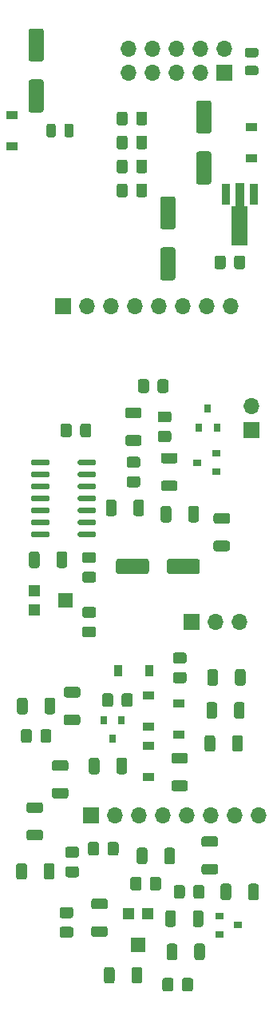
<source format=gbr>
%TF.GenerationSoftware,KiCad,Pcbnew,(5.1.9-0-10_14)*%
%TF.CreationDate,2021-04-20T22:51:25+02:00*%
%TF.ProjectId,tribus,74726962-7573-42e6-9b69-6361645f7063,rev?*%
%TF.SameCoordinates,Original*%
%TF.FileFunction,Soldermask,Bot*%
%TF.FilePolarity,Negative*%
%FSLAX46Y46*%
G04 Gerber Fmt 4.6, Leading zero omitted, Abs format (unit mm)*
G04 Created by KiCad (PCBNEW (5.1.9-0-10_14)) date 2021-04-20 22:51:25*
%MOMM*%
%LPD*%
G01*
G04 APERTURE LIST*
%ADD10O,1.700000X1.700000*%
%ADD11R,1.700000X1.700000*%
%ADD12R,1.200000X0.900000*%
%ADD13R,0.900000X1.200000*%
%ADD14R,0.800000X0.900000*%
%ADD15R,0.900000X0.800000*%
%ADD16R,1.200000X1.200000*%
%ADD17R,1.500000X1.600000*%
%ADD18R,1.600000X1.500000*%
%ADD19R,0.900000X2.300000*%
%ADD20C,0.100000*%
G04 APERTURE END LIST*
D10*
%TO.C,J7*%
X28690000Y-84000000D03*
X26150000Y-84000000D03*
X23610000Y-84000000D03*
X21070000Y-84000000D03*
X18530000Y-84000000D03*
X15990000Y-84000000D03*
X13450000Y-84000000D03*
D11*
X10910000Y-84000000D03*
%TD*%
D10*
%TO.C,J4*%
X25690000Y-30000000D03*
X23150000Y-30000000D03*
X20610000Y-30000000D03*
X18070000Y-30000000D03*
X15530000Y-30000000D03*
X12990000Y-30000000D03*
X10450000Y-30000000D03*
D11*
X7910000Y-30000000D03*
%TD*%
%TO.C,L2*%
G36*
G01*
X8070000Y-11905000D02*
X8070000Y-10955000D01*
G75*
G02*
X8320000Y-10705000I250000J0D01*
G01*
X8820000Y-10705000D01*
G75*
G02*
X9070000Y-10955000I0J-250000D01*
G01*
X9070000Y-11905000D01*
G75*
G02*
X8820000Y-12155000I-250000J0D01*
G01*
X8320000Y-12155000D01*
G75*
G02*
X8070000Y-11905000I0J250000D01*
G01*
G37*
G36*
G01*
X6170000Y-11905000D02*
X6170000Y-10955000D01*
G75*
G02*
X6420000Y-10705000I250000J0D01*
G01*
X6920000Y-10705000D01*
G75*
G02*
X7170000Y-10955000I0J-250000D01*
G01*
X7170000Y-11905000D01*
G75*
G02*
X6920000Y-12155000I-250000J0D01*
G01*
X6420000Y-12155000D01*
G75*
G02*
X6170000Y-11905000I0J250000D01*
G01*
G37*
%TD*%
%TO.C,L1*%
G36*
G01*
X28415000Y-5580000D02*
X27465000Y-5580000D01*
G75*
G02*
X27215000Y-5330000I0J250000D01*
G01*
X27215000Y-4830000D01*
G75*
G02*
X27465000Y-4580000I250000J0D01*
G01*
X28415000Y-4580000D01*
G75*
G02*
X28665000Y-4830000I0J-250000D01*
G01*
X28665000Y-5330000D01*
G75*
G02*
X28415000Y-5580000I-250000J0D01*
G01*
G37*
G36*
G01*
X28415000Y-3680000D02*
X27465000Y-3680000D01*
G75*
G02*
X27215000Y-3430000I0J250000D01*
G01*
X27215000Y-2930000D01*
G75*
G02*
X27465000Y-2680000I250000J0D01*
G01*
X28415000Y-2680000D01*
G75*
G02*
X28665000Y-2930000I0J-250000D01*
G01*
X28665000Y-3430000D01*
G75*
G02*
X28415000Y-3680000I-250000J0D01*
G01*
G37*
%TD*%
%TO.C,C1*%
G36*
G01*
X25182500Y-24925000D02*
X25182500Y-25875000D01*
G75*
G02*
X24932500Y-26125000I-250000J0D01*
G01*
X24257500Y-26125000D01*
G75*
G02*
X24007500Y-25875000I0J250000D01*
G01*
X24007500Y-24925000D01*
G75*
G02*
X24257500Y-24675000I250000J0D01*
G01*
X24932500Y-24675000D01*
G75*
G02*
X25182500Y-24925000I0J-250000D01*
G01*
G37*
G36*
G01*
X27257500Y-24925000D02*
X27257500Y-25875000D01*
G75*
G02*
X27007500Y-26125000I-250000J0D01*
G01*
X26332500Y-26125000D01*
G75*
G02*
X26082500Y-25875000I0J250000D01*
G01*
X26082500Y-24925000D01*
G75*
G02*
X26332500Y-24675000I250000J0D01*
G01*
X27007500Y-24675000D01*
G75*
G02*
X27257500Y-24925000I0J-250000D01*
G01*
G37*
%TD*%
%TO.C,C5*%
G36*
G01*
X13615000Y-18255000D02*
X13615000Y-17305000D01*
G75*
G02*
X13865000Y-17055000I250000J0D01*
G01*
X14540000Y-17055000D01*
G75*
G02*
X14790000Y-17305000I0J-250000D01*
G01*
X14790000Y-18255000D01*
G75*
G02*
X14540000Y-18505000I-250000J0D01*
G01*
X13865000Y-18505000D01*
G75*
G02*
X13615000Y-18255000I0J250000D01*
G01*
G37*
G36*
G01*
X15690000Y-18255000D02*
X15690000Y-17305000D01*
G75*
G02*
X15940000Y-17055000I250000J0D01*
G01*
X16615000Y-17055000D01*
G75*
G02*
X16865000Y-17305000I0J-250000D01*
G01*
X16865000Y-18255000D01*
G75*
G02*
X16615000Y-18505000I-250000J0D01*
G01*
X15940000Y-18505000D01*
G75*
G02*
X15690000Y-18255000I0J250000D01*
G01*
G37*
%TD*%
%TO.C,C6*%
G36*
G01*
X14790000Y-12225000D02*
X14790000Y-13175000D01*
G75*
G02*
X14540000Y-13425000I-250000J0D01*
G01*
X13865000Y-13425000D01*
G75*
G02*
X13615000Y-13175000I0J250000D01*
G01*
X13615000Y-12225000D01*
G75*
G02*
X13865000Y-11975000I250000J0D01*
G01*
X14540000Y-11975000D01*
G75*
G02*
X14790000Y-12225000I0J-250000D01*
G01*
G37*
G36*
G01*
X16865000Y-12225000D02*
X16865000Y-13175000D01*
G75*
G02*
X16615000Y-13425000I-250000J0D01*
G01*
X15940000Y-13425000D01*
G75*
G02*
X15690000Y-13175000I0J250000D01*
G01*
X15690000Y-12225000D01*
G75*
G02*
X15940000Y-11975000I250000J0D01*
G01*
X16615000Y-11975000D01*
G75*
G02*
X16865000Y-12225000I0J-250000D01*
G01*
G37*
%TD*%
%TO.C,C7*%
G36*
G01*
X15690000Y-15715000D02*
X15690000Y-14765000D01*
G75*
G02*
X15940000Y-14515000I250000J0D01*
G01*
X16615000Y-14515000D01*
G75*
G02*
X16865000Y-14765000I0J-250000D01*
G01*
X16865000Y-15715000D01*
G75*
G02*
X16615000Y-15965000I-250000J0D01*
G01*
X15940000Y-15965000D01*
G75*
G02*
X15690000Y-15715000I0J250000D01*
G01*
G37*
G36*
G01*
X13615000Y-15715000D02*
X13615000Y-14765000D01*
G75*
G02*
X13865000Y-14515000I250000J0D01*
G01*
X14540000Y-14515000D01*
G75*
G02*
X14790000Y-14765000I0J-250000D01*
G01*
X14790000Y-15715000D01*
G75*
G02*
X14540000Y-15965000I-250000J0D01*
G01*
X13865000Y-15965000D01*
G75*
G02*
X13615000Y-15715000I0J250000D01*
G01*
G37*
%TD*%
%TO.C,C8*%
G36*
G01*
X14790000Y-9685000D02*
X14790000Y-10635000D01*
G75*
G02*
X14540000Y-10885000I-250000J0D01*
G01*
X13865000Y-10885000D01*
G75*
G02*
X13615000Y-10635000I0J250000D01*
G01*
X13615000Y-9685000D01*
G75*
G02*
X13865000Y-9435000I250000J0D01*
G01*
X14540000Y-9435000D01*
G75*
G02*
X14790000Y-9685000I0J-250000D01*
G01*
G37*
G36*
G01*
X16865000Y-9685000D02*
X16865000Y-10635000D01*
G75*
G02*
X16615000Y-10885000I-250000J0D01*
G01*
X15940000Y-10885000D01*
G75*
G02*
X15690000Y-10635000I0J250000D01*
G01*
X15690000Y-9685000D01*
G75*
G02*
X15940000Y-9435000I250000J0D01*
G01*
X16615000Y-9435000D01*
G75*
G02*
X16865000Y-9685000I0J-250000D01*
G01*
G37*
%TD*%
%TO.C,C10*%
G36*
G01*
X15875000Y-49225000D02*
X14925000Y-49225000D01*
G75*
G02*
X14675000Y-48975000I0J250000D01*
G01*
X14675000Y-48300000D01*
G75*
G02*
X14925000Y-48050000I250000J0D01*
G01*
X15875000Y-48050000D01*
G75*
G02*
X16125000Y-48300000I0J-250000D01*
G01*
X16125000Y-48975000D01*
G75*
G02*
X15875000Y-49225000I-250000J0D01*
G01*
G37*
G36*
G01*
X15875000Y-47150000D02*
X14925000Y-47150000D01*
G75*
G02*
X14675000Y-46900000I0J250000D01*
G01*
X14675000Y-46225000D01*
G75*
G02*
X14925000Y-45975000I250000J0D01*
G01*
X15875000Y-45975000D01*
G75*
G02*
X16125000Y-46225000I0J-250000D01*
G01*
X16125000Y-46900000D01*
G75*
G02*
X15875000Y-47150000I-250000J0D01*
G01*
G37*
%TD*%
%TO.C,C11*%
G36*
G01*
X11175000Y-57250000D02*
X10225000Y-57250000D01*
G75*
G02*
X9975000Y-57000000I0J250000D01*
G01*
X9975000Y-56325000D01*
G75*
G02*
X10225000Y-56075000I250000J0D01*
G01*
X11175000Y-56075000D01*
G75*
G02*
X11425000Y-56325000I0J-250000D01*
G01*
X11425000Y-57000000D01*
G75*
G02*
X11175000Y-57250000I-250000J0D01*
G01*
G37*
G36*
G01*
X11175000Y-59325000D02*
X10225000Y-59325000D01*
G75*
G02*
X9975000Y-59075000I0J250000D01*
G01*
X9975000Y-58400000D01*
G75*
G02*
X10225000Y-58150000I250000J0D01*
G01*
X11175000Y-58150000D01*
G75*
G02*
X11425000Y-58400000I0J-250000D01*
G01*
X11425000Y-59075000D01*
G75*
G02*
X11175000Y-59325000I-250000J0D01*
G01*
G37*
%TD*%
%TO.C,C12*%
G36*
G01*
X11175000Y-65125000D02*
X10225000Y-65125000D01*
G75*
G02*
X9975000Y-64875000I0J250000D01*
G01*
X9975000Y-64200000D01*
G75*
G02*
X10225000Y-63950000I250000J0D01*
G01*
X11175000Y-63950000D01*
G75*
G02*
X11425000Y-64200000I0J-250000D01*
G01*
X11425000Y-64875000D01*
G75*
G02*
X11175000Y-65125000I-250000J0D01*
G01*
G37*
G36*
G01*
X11175000Y-63050000D02*
X10225000Y-63050000D01*
G75*
G02*
X9975000Y-62800000I0J250000D01*
G01*
X9975000Y-62125000D01*
G75*
G02*
X10225000Y-61875000I250000J0D01*
G01*
X11175000Y-61875000D01*
G75*
G02*
X11425000Y-62125000I0J-250000D01*
G01*
X11425000Y-62800000D01*
G75*
G02*
X11175000Y-63050000I-250000J0D01*
G01*
G37*
%TD*%
%TO.C,C14*%
G36*
G01*
X18225000Y-43250000D02*
X19175000Y-43250000D01*
G75*
G02*
X19425000Y-43500000I0J-250000D01*
G01*
X19425000Y-44175000D01*
G75*
G02*
X19175000Y-44425000I-250000J0D01*
G01*
X18225000Y-44425000D01*
G75*
G02*
X17975000Y-44175000I0J250000D01*
G01*
X17975000Y-43500000D01*
G75*
G02*
X18225000Y-43250000I250000J0D01*
G01*
G37*
G36*
G01*
X18225000Y-41175000D02*
X19175000Y-41175000D01*
G75*
G02*
X19425000Y-41425000I0J-250000D01*
G01*
X19425000Y-42100000D01*
G75*
G02*
X19175000Y-42350000I-250000J0D01*
G01*
X18225000Y-42350000D01*
G75*
G02*
X17975000Y-42100000I0J250000D01*
G01*
X17975000Y-41425000D01*
G75*
G02*
X18225000Y-41175000I250000J0D01*
G01*
G37*
%TD*%
%TO.C,C15*%
G36*
G01*
X8850000Y-42725000D02*
X8850000Y-43675000D01*
G75*
G02*
X8600000Y-43925000I-250000J0D01*
G01*
X7925000Y-43925000D01*
G75*
G02*
X7675000Y-43675000I0J250000D01*
G01*
X7675000Y-42725000D01*
G75*
G02*
X7925000Y-42475000I250000J0D01*
G01*
X8600000Y-42475000D01*
G75*
G02*
X8850000Y-42725000I0J-250000D01*
G01*
G37*
G36*
G01*
X10925000Y-42725000D02*
X10925000Y-43675000D01*
G75*
G02*
X10675000Y-43925000I-250000J0D01*
G01*
X10000000Y-43925000D01*
G75*
G02*
X9750000Y-43675000I0J250000D01*
G01*
X9750000Y-42725000D01*
G75*
G02*
X10000000Y-42475000I250000J0D01*
G01*
X10675000Y-42475000D01*
G75*
G02*
X10925000Y-42725000I0J-250000D01*
G01*
G37*
%TD*%
%TO.C,C16*%
G36*
G01*
X15875000Y-38975000D02*
X15875000Y-38025000D01*
G75*
G02*
X16125000Y-37775000I250000J0D01*
G01*
X16800000Y-37775000D01*
G75*
G02*
X17050000Y-38025000I0J-250000D01*
G01*
X17050000Y-38975000D01*
G75*
G02*
X16800000Y-39225000I-250000J0D01*
G01*
X16125000Y-39225000D01*
G75*
G02*
X15875000Y-38975000I0J250000D01*
G01*
G37*
G36*
G01*
X17950000Y-38975000D02*
X17950000Y-38025000D01*
G75*
G02*
X18200000Y-37775000I250000J0D01*
G01*
X18875000Y-37775000D01*
G75*
G02*
X19125000Y-38025000I0J-250000D01*
G01*
X19125000Y-38975000D01*
G75*
G02*
X18875000Y-39225000I-250000J0D01*
G01*
X18200000Y-39225000D01*
G75*
G02*
X17950000Y-38975000I0J250000D01*
G01*
G37*
%TD*%
%TO.C,C24*%
G36*
G01*
X20795000Y-69972500D02*
X19845000Y-69972500D01*
G75*
G02*
X19595000Y-69722500I0J250000D01*
G01*
X19595000Y-69047500D01*
G75*
G02*
X19845000Y-68797500I250000J0D01*
G01*
X20795000Y-68797500D01*
G75*
G02*
X21045000Y-69047500I0J-250000D01*
G01*
X21045000Y-69722500D01*
G75*
G02*
X20795000Y-69972500I-250000J0D01*
G01*
G37*
G36*
G01*
X20795000Y-67897500D02*
X19845000Y-67897500D01*
G75*
G02*
X19595000Y-67647500I0J250000D01*
G01*
X19595000Y-66972500D01*
G75*
G02*
X19845000Y-66722500I250000J0D01*
G01*
X20795000Y-66722500D01*
G75*
G02*
X21045000Y-66972500I0J-250000D01*
G01*
X21045000Y-67647500D01*
G75*
G02*
X20795000Y-67897500I-250000J0D01*
G01*
G37*
%TD*%
%TO.C,C27*%
G36*
G01*
X15325000Y-71285000D02*
X15325000Y-72235000D01*
G75*
G02*
X15075000Y-72485000I-250000J0D01*
G01*
X14400000Y-72485000D01*
G75*
G02*
X14150000Y-72235000I0J250000D01*
G01*
X14150000Y-71285000D01*
G75*
G02*
X14400000Y-71035000I250000J0D01*
G01*
X15075000Y-71035000D01*
G75*
G02*
X15325000Y-71285000I0J-250000D01*
G01*
G37*
G36*
G01*
X13250000Y-71285000D02*
X13250000Y-72235000D01*
G75*
G02*
X13000000Y-72485000I-250000J0D01*
G01*
X12325000Y-72485000D01*
G75*
G02*
X12075000Y-72235000I0J250000D01*
G01*
X12075000Y-71285000D01*
G75*
G02*
X12325000Y-71035000I250000J0D01*
G01*
X13000000Y-71035000D01*
G75*
G02*
X13250000Y-71285000I0J-250000D01*
G01*
G37*
%TD*%
%TO.C,C29*%
G36*
G01*
X8775000Y-94860000D02*
X7825000Y-94860000D01*
G75*
G02*
X7575000Y-94610000I0J250000D01*
G01*
X7575000Y-93935000D01*
G75*
G02*
X7825000Y-93685000I250000J0D01*
G01*
X8775000Y-93685000D01*
G75*
G02*
X9025000Y-93935000I0J-250000D01*
G01*
X9025000Y-94610000D01*
G75*
G02*
X8775000Y-94860000I-250000J0D01*
G01*
G37*
G36*
G01*
X8775000Y-96935000D02*
X7825000Y-96935000D01*
G75*
G02*
X7575000Y-96685000I0J250000D01*
G01*
X7575000Y-96010000D01*
G75*
G02*
X7825000Y-95760000I250000J0D01*
G01*
X8775000Y-95760000D01*
G75*
G02*
X9025000Y-96010000I0J-250000D01*
G01*
X9025000Y-96685000D01*
G75*
G02*
X8775000Y-96935000I-250000J0D01*
G01*
G37*
%TD*%
%TO.C,C30*%
G36*
G01*
X16250000Y-90735000D02*
X16250000Y-91685000D01*
G75*
G02*
X16000000Y-91935000I-250000J0D01*
G01*
X15325000Y-91935000D01*
G75*
G02*
X15075000Y-91685000I0J250000D01*
G01*
X15075000Y-90735000D01*
G75*
G02*
X15325000Y-90485000I250000J0D01*
G01*
X16000000Y-90485000D01*
G75*
G02*
X16250000Y-90735000I0J-250000D01*
G01*
G37*
G36*
G01*
X18325000Y-90735000D02*
X18325000Y-91685000D01*
G75*
G02*
X18075000Y-91935000I-250000J0D01*
G01*
X17400000Y-91935000D01*
G75*
G02*
X17150000Y-91685000I0J250000D01*
G01*
X17150000Y-90735000D01*
G75*
G02*
X17400000Y-90485000I250000J0D01*
G01*
X18075000Y-90485000D01*
G75*
G02*
X18325000Y-90735000I0J-250000D01*
G01*
G37*
%TD*%
%TO.C,C31*%
G36*
G01*
X4630000Y-75090000D02*
X4630000Y-76040000D01*
G75*
G02*
X4380000Y-76290000I-250000J0D01*
G01*
X3705000Y-76290000D01*
G75*
G02*
X3455000Y-76040000I0J250000D01*
G01*
X3455000Y-75090000D01*
G75*
G02*
X3705000Y-74840000I250000J0D01*
G01*
X4380000Y-74840000D01*
G75*
G02*
X4630000Y-75090000I0J-250000D01*
G01*
G37*
G36*
G01*
X6705000Y-75090000D02*
X6705000Y-76040000D01*
G75*
G02*
X6455000Y-76290000I-250000J0D01*
G01*
X5780000Y-76290000D01*
G75*
G02*
X5530000Y-76040000I0J250000D01*
G01*
X5530000Y-75090000D01*
G75*
G02*
X5780000Y-74840000I250000J0D01*
G01*
X6455000Y-74840000D01*
G75*
G02*
X6705000Y-75090000I0J-250000D01*
G01*
G37*
%TD*%
%TO.C,C32*%
G36*
G01*
X22925000Y-91600000D02*
X22925000Y-92550000D01*
G75*
G02*
X22675000Y-92800000I-250000J0D01*
G01*
X22000000Y-92800000D01*
G75*
G02*
X21750000Y-92550000I0J250000D01*
G01*
X21750000Y-91600000D01*
G75*
G02*
X22000000Y-91350000I250000J0D01*
G01*
X22675000Y-91350000D01*
G75*
G02*
X22925000Y-91600000I0J-250000D01*
G01*
G37*
G36*
G01*
X20850000Y-91600000D02*
X20850000Y-92550000D01*
G75*
G02*
X20600000Y-92800000I-250000J0D01*
G01*
X19925000Y-92800000D01*
G75*
G02*
X19675000Y-92550000I0J250000D01*
G01*
X19675000Y-91600000D01*
G75*
G02*
X19925000Y-91350000I250000J0D01*
G01*
X20600000Y-91350000D01*
G75*
G02*
X20850000Y-91600000I0J-250000D01*
G01*
G37*
%TD*%
%TO.C,C34*%
G36*
G01*
X10575000Y-87985000D02*
X10575000Y-87035000D01*
G75*
G02*
X10825000Y-86785000I250000J0D01*
G01*
X11500000Y-86785000D01*
G75*
G02*
X11750000Y-87035000I0J-250000D01*
G01*
X11750000Y-87985000D01*
G75*
G02*
X11500000Y-88235000I-250000J0D01*
G01*
X10825000Y-88235000D01*
G75*
G02*
X10575000Y-87985000I0J250000D01*
G01*
G37*
G36*
G01*
X12650000Y-87985000D02*
X12650000Y-87035000D01*
G75*
G02*
X12900000Y-86785000I250000J0D01*
G01*
X13575000Y-86785000D01*
G75*
G02*
X13825000Y-87035000I0J-250000D01*
G01*
X13825000Y-87985000D01*
G75*
G02*
X13575000Y-88235000I-250000J0D01*
G01*
X12900000Y-88235000D01*
G75*
G02*
X12650000Y-87985000I0J250000D01*
G01*
G37*
%TD*%
%TO.C,C35*%
G36*
G01*
X18475000Y-102385000D02*
X18475000Y-101435000D01*
G75*
G02*
X18725000Y-101185000I250000J0D01*
G01*
X19400000Y-101185000D01*
G75*
G02*
X19650000Y-101435000I0J-250000D01*
G01*
X19650000Y-102385000D01*
G75*
G02*
X19400000Y-102635000I-250000J0D01*
G01*
X18725000Y-102635000D01*
G75*
G02*
X18475000Y-102385000I0J250000D01*
G01*
G37*
G36*
G01*
X20550000Y-102385000D02*
X20550000Y-101435000D01*
G75*
G02*
X20800000Y-101185000I250000J0D01*
G01*
X21475000Y-101185000D01*
G75*
G02*
X21725000Y-101435000I0J-250000D01*
G01*
X21725000Y-102385000D01*
G75*
G02*
X21475000Y-102635000I-250000J0D01*
G01*
X20800000Y-102635000D01*
G75*
G02*
X20550000Y-102385000I0J250000D01*
G01*
G37*
%TD*%
%TO.C,C36*%
G36*
G01*
X9375000Y-90535000D02*
X8425000Y-90535000D01*
G75*
G02*
X8175000Y-90285000I0J250000D01*
G01*
X8175000Y-89610000D01*
G75*
G02*
X8425000Y-89360000I250000J0D01*
G01*
X9375000Y-89360000D01*
G75*
G02*
X9625000Y-89610000I0J-250000D01*
G01*
X9625000Y-90285000D01*
G75*
G02*
X9375000Y-90535000I-250000J0D01*
G01*
G37*
G36*
G01*
X9375000Y-88460000D02*
X8425000Y-88460000D01*
G75*
G02*
X8175000Y-88210000I0J250000D01*
G01*
X8175000Y-87535000D01*
G75*
G02*
X8425000Y-87285000I250000J0D01*
G01*
X9375000Y-87285000D01*
G75*
G02*
X9625000Y-87535000I0J-250000D01*
G01*
X9625000Y-88210000D01*
G75*
G02*
X9375000Y-88460000I-250000J0D01*
G01*
G37*
%TD*%
D12*
%TO.C,D10*%
X17000000Y-74610000D03*
X17000000Y-71310000D03*
%TD*%
%TO.C,D11*%
X17000000Y-76610000D03*
X17000000Y-79910000D03*
%TD*%
%TO.C,D12*%
X20200000Y-72140000D03*
X20200000Y-75440000D03*
%TD*%
D13*
%TO.C,D13*%
X13750000Y-68660000D03*
X17050000Y-68660000D03*
%TD*%
D11*
%TO.C,J1*%
X25000000Y-5280000D03*
D10*
X25000000Y-2740000D03*
X22460000Y-5280000D03*
X22460000Y-2740000D03*
X19920000Y-5280000D03*
X19920000Y-2740000D03*
X17380000Y-5280000D03*
X17380000Y-2740000D03*
X14840000Y-5280000D03*
X14840000Y-2740000D03*
%TD*%
D11*
%TO.C,FILTER_Q*%
X27940000Y-43180000D03*
D10*
X27940000Y-40640000D03*
%TD*%
D11*
%TO.C,NOISE_TYPE*%
X21590000Y-63500000D03*
D10*
X24130000Y-63500000D03*
X26670000Y-63500000D03*
%TD*%
D14*
%TO.C,Q1*%
X24250000Y-42910000D03*
X22350000Y-42910000D03*
X23300000Y-40910000D03*
%TD*%
D15*
%TO.C,Q2*%
X22200000Y-46600000D03*
X24200000Y-47550000D03*
X24200000Y-45650000D03*
%TD*%
D14*
%TO.C,Q5*%
X12250000Y-73860000D03*
X14150000Y-73860000D03*
X13200000Y-75860000D03*
%TD*%
D15*
%TO.C,Q6*%
X26500000Y-95610000D03*
X24500000Y-94660000D03*
X24500000Y-96560000D03*
%TD*%
D16*
%TO.C,RV1*%
X4900000Y-62200000D03*
X4900000Y-60200000D03*
D17*
X8150000Y-61200000D03*
%TD*%
D18*
%TO.C,RV4*%
X15875000Y-97660000D03*
D16*
X16875000Y-94410000D03*
X14875000Y-94410000D03*
%TD*%
D19*
%TO.C,U1*%
X25170000Y-18170000D03*
X28170000Y-18170000D03*
D20*
G36*
X25803500Y-23620000D02*
G01*
X25803500Y-19495000D01*
X26220000Y-19495000D01*
X26220000Y-17020000D01*
X27120000Y-17020000D01*
X27120000Y-19495000D01*
X27536500Y-19495000D01*
X27536500Y-23620000D01*
X25803500Y-23620000D01*
G37*
%TD*%
%TO.C,U2*%
G36*
G01*
X9500000Y-54360000D02*
X9500000Y-54060000D01*
G75*
G02*
X9650000Y-53910000I150000J0D01*
G01*
X11300000Y-53910000D01*
G75*
G02*
X11450000Y-54060000I0J-150000D01*
G01*
X11450000Y-54360000D01*
G75*
G02*
X11300000Y-54510000I-150000J0D01*
G01*
X9650000Y-54510000D01*
G75*
G02*
X9500000Y-54360000I0J150000D01*
G01*
G37*
G36*
G01*
X9500000Y-53090000D02*
X9500000Y-52790000D01*
G75*
G02*
X9650000Y-52640000I150000J0D01*
G01*
X11300000Y-52640000D01*
G75*
G02*
X11450000Y-52790000I0J-150000D01*
G01*
X11450000Y-53090000D01*
G75*
G02*
X11300000Y-53240000I-150000J0D01*
G01*
X9650000Y-53240000D01*
G75*
G02*
X9500000Y-53090000I0J150000D01*
G01*
G37*
G36*
G01*
X9500000Y-51820000D02*
X9500000Y-51520000D01*
G75*
G02*
X9650000Y-51370000I150000J0D01*
G01*
X11300000Y-51370000D01*
G75*
G02*
X11450000Y-51520000I0J-150000D01*
G01*
X11450000Y-51820000D01*
G75*
G02*
X11300000Y-51970000I-150000J0D01*
G01*
X9650000Y-51970000D01*
G75*
G02*
X9500000Y-51820000I0J150000D01*
G01*
G37*
G36*
G01*
X9500000Y-50550000D02*
X9500000Y-50250000D01*
G75*
G02*
X9650000Y-50100000I150000J0D01*
G01*
X11300000Y-50100000D01*
G75*
G02*
X11450000Y-50250000I0J-150000D01*
G01*
X11450000Y-50550000D01*
G75*
G02*
X11300000Y-50700000I-150000J0D01*
G01*
X9650000Y-50700000D01*
G75*
G02*
X9500000Y-50550000I0J150000D01*
G01*
G37*
G36*
G01*
X9500000Y-49280000D02*
X9500000Y-48980000D01*
G75*
G02*
X9650000Y-48830000I150000J0D01*
G01*
X11300000Y-48830000D01*
G75*
G02*
X11450000Y-48980000I0J-150000D01*
G01*
X11450000Y-49280000D01*
G75*
G02*
X11300000Y-49430000I-150000J0D01*
G01*
X9650000Y-49430000D01*
G75*
G02*
X9500000Y-49280000I0J150000D01*
G01*
G37*
G36*
G01*
X9500000Y-48010000D02*
X9500000Y-47710000D01*
G75*
G02*
X9650000Y-47560000I150000J0D01*
G01*
X11300000Y-47560000D01*
G75*
G02*
X11450000Y-47710000I0J-150000D01*
G01*
X11450000Y-48010000D01*
G75*
G02*
X11300000Y-48160000I-150000J0D01*
G01*
X9650000Y-48160000D01*
G75*
G02*
X9500000Y-48010000I0J150000D01*
G01*
G37*
G36*
G01*
X9500000Y-46740000D02*
X9500000Y-46440000D01*
G75*
G02*
X9650000Y-46290000I150000J0D01*
G01*
X11300000Y-46290000D01*
G75*
G02*
X11450000Y-46440000I0J-150000D01*
G01*
X11450000Y-46740000D01*
G75*
G02*
X11300000Y-46890000I-150000J0D01*
G01*
X9650000Y-46890000D01*
G75*
G02*
X9500000Y-46740000I0J150000D01*
G01*
G37*
G36*
G01*
X4550000Y-46740000D02*
X4550000Y-46440000D01*
G75*
G02*
X4700000Y-46290000I150000J0D01*
G01*
X6350000Y-46290000D01*
G75*
G02*
X6500000Y-46440000I0J-150000D01*
G01*
X6500000Y-46740000D01*
G75*
G02*
X6350000Y-46890000I-150000J0D01*
G01*
X4700000Y-46890000D01*
G75*
G02*
X4550000Y-46740000I0J150000D01*
G01*
G37*
G36*
G01*
X4550000Y-48010000D02*
X4550000Y-47710000D01*
G75*
G02*
X4700000Y-47560000I150000J0D01*
G01*
X6350000Y-47560000D01*
G75*
G02*
X6500000Y-47710000I0J-150000D01*
G01*
X6500000Y-48010000D01*
G75*
G02*
X6350000Y-48160000I-150000J0D01*
G01*
X4700000Y-48160000D01*
G75*
G02*
X4550000Y-48010000I0J150000D01*
G01*
G37*
G36*
G01*
X4550000Y-49280000D02*
X4550000Y-48980000D01*
G75*
G02*
X4700000Y-48830000I150000J0D01*
G01*
X6350000Y-48830000D01*
G75*
G02*
X6500000Y-48980000I0J-150000D01*
G01*
X6500000Y-49280000D01*
G75*
G02*
X6350000Y-49430000I-150000J0D01*
G01*
X4700000Y-49430000D01*
G75*
G02*
X4550000Y-49280000I0J150000D01*
G01*
G37*
G36*
G01*
X4550000Y-50550000D02*
X4550000Y-50250000D01*
G75*
G02*
X4700000Y-50100000I150000J0D01*
G01*
X6350000Y-50100000D01*
G75*
G02*
X6500000Y-50250000I0J-150000D01*
G01*
X6500000Y-50550000D01*
G75*
G02*
X6350000Y-50700000I-150000J0D01*
G01*
X4700000Y-50700000D01*
G75*
G02*
X4550000Y-50550000I0J150000D01*
G01*
G37*
G36*
G01*
X4550000Y-51820000D02*
X4550000Y-51520000D01*
G75*
G02*
X4700000Y-51370000I150000J0D01*
G01*
X6350000Y-51370000D01*
G75*
G02*
X6500000Y-51520000I0J-150000D01*
G01*
X6500000Y-51820000D01*
G75*
G02*
X6350000Y-51970000I-150000J0D01*
G01*
X4700000Y-51970000D01*
G75*
G02*
X4550000Y-51820000I0J150000D01*
G01*
G37*
G36*
G01*
X4550000Y-53090000D02*
X4550000Y-52790000D01*
G75*
G02*
X4700000Y-52640000I150000J0D01*
G01*
X6350000Y-52640000D01*
G75*
G02*
X6500000Y-52790000I0J-150000D01*
G01*
X6500000Y-53090000D01*
G75*
G02*
X6350000Y-53240000I-150000J0D01*
G01*
X4700000Y-53240000D01*
G75*
G02*
X4550000Y-53090000I0J150000D01*
G01*
G37*
G36*
G01*
X4550000Y-54360000D02*
X4550000Y-54060000D01*
G75*
G02*
X4700000Y-53910000I150000J0D01*
G01*
X6350000Y-53910000D01*
G75*
G02*
X6500000Y-54060000I0J-150000D01*
G01*
X6500000Y-54360000D01*
G75*
G02*
X6350000Y-54510000I-150000J0D01*
G01*
X4700000Y-54510000D01*
G75*
G02*
X4550000Y-54360000I0J150000D01*
G01*
G37*
%TD*%
D12*
%TO.C,D1*%
X27940000Y-11050000D03*
X27940000Y-14350000D03*
%TD*%
%TO.C,D2*%
X2540000Y-13080000D03*
X2540000Y-9780000D03*
%TD*%
%TO.C,R1*%
G36*
G01*
X21220000Y-52695003D02*
X21220000Y-51444997D01*
G75*
G02*
X21469997Y-51195000I249997J0D01*
G01*
X22095003Y-51195000D01*
G75*
G02*
X22345000Y-51444997I0J-249997D01*
G01*
X22345000Y-52695003D01*
G75*
G02*
X22095003Y-52945000I-249997J0D01*
G01*
X21469997Y-52945000D01*
G75*
G02*
X21220000Y-52695003I0J249997D01*
G01*
G37*
G36*
G01*
X18295000Y-52695003D02*
X18295000Y-51444997D01*
G75*
G02*
X18544997Y-51195000I249997J0D01*
G01*
X19170003Y-51195000D01*
G75*
G02*
X19420000Y-51444997I0J-249997D01*
G01*
X19420000Y-52695003D01*
G75*
G02*
X19170003Y-52945000I-249997J0D01*
G01*
X18544997Y-52945000D01*
G75*
G02*
X18295000Y-52695003I0J249997D01*
G01*
G37*
%TD*%
%TO.C,R2*%
G36*
G01*
X19825003Y-49625000D02*
X18574997Y-49625000D01*
G75*
G02*
X18325000Y-49375003I0J249997D01*
G01*
X18325000Y-48749997D01*
G75*
G02*
X18574997Y-48500000I249997J0D01*
G01*
X19825003Y-48500000D01*
G75*
G02*
X20075000Y-48749997I0J-249997D01*
G01*
X20075000Y-49375003D01*
G75*
G02*
X19825003Y-49625000I-249997J0D01*
G01*
G37*
G36*
G01*
X19825003Y-46700000D02*
X18574997Y-46700000D01*
G75*
G02*
X18325000Y-46450003I0J249997D01*
G01*
X18325000Y-45824997D01*
G75*
G02*
X18574997Y-45575000I249997J0D01*
G01*
X19825003Y-45575000D01*
G75*
G02*
X20075000Y-45824997I0J-249997D01*
G01*
X20075000Y-46450003D01*
G75*
G02*
X19825003Y-46700000I-249997J0D01*
G01*
G37*
%TD*%
%TO.C,R3*%
G36*
G01*
X12475000Y-52025003D02*
X12475000Y-50774997D01*
G75*
G02*
X12724997Y-50525000I249997J0D01*
G01*
X13350003Y-50525000D01*
G75*
G02*
X13600000Y-50774997I0J-249997D01*
G01*
X13600000Y-52025003D01*
G75*
G02*
X13350003Y-52275000I-249997J0D01*
G01*
X12724997Y-52275000D01*
G75*
G02*
X12475000Y-52025003I0J249997D01*
G01*
G37*
G36*
G01*
X15400000Y-52025003D02*
X15400000Y-50774997D01*
G75*
G02*
X15649997Y-50525000I249997J0D01*
G01*
X16275003Y-50525000D01*
G75*
G02*
X16525000Y-50774997I0J-249997D01*
G01*
X16525000Y-52025003D01*
G75*
G02*
X16275003Y-52275000I-249997J0D01*
G01*
X15649997Y-52275000D01*
G75*
G02*
X15400000Y-52025003I0J249997D01*
G01*
G37*
%TD*%
%TO.C,R5*%
G36*
G01*
X8375000Y-56274997D02*
X8375000Y-57525003D01*
G75*
G02*
X8125003Y-57775000I-249997J0D01*
G01*
X7499997Y-57775000D01*
G75*
G02*
X7250000Y-57525003I0J249997D01*
G01*
X7250000Y-56274997D01*
G75*
G02*
X7499997Y-56025000I249997J0D01*
G01*
X8125003Y-56025000D01*
G75*
G02*
X8375000Y-56274997I0J-249997D01*
G01*
G37*
G36*
G01*
X5450000Y-56274997D02*
X5450000Y-57525003D01*
G75*
G02*
X5200003Y-57775000I-249997J0D01*
G01*
X4574997Y-57775000D01*
G75*
G02*
X4325000Y-57525003I0J249997D01*
G01*
X4325000Y-56274997D01*
G75*
G02*
X4574997Y-56025000I249997J0D01*
G01*
X5200003Y-56025000D01*
G75*
G02*
X5450000Y-56274997I0J-249997D01*
G01*
G37*
%TD*%
%TO.C,R9*%
G36*
G01*
X24139997Y-51950000D02*
X25390003Y-51950000D01*
G75*
G02*
X25640000Y-52199997I0J-249997D01*
G01*
X25640000Y-52825003D01*
G75*
G02*
X25390003Y-53075000I-249997J0D01*
G01*
X24139997Y-53075000D01*
G75*
G02*
X23890000Y-52825003I0J249997D01*
G01*
X23890000Y-52199997D01*
G75*
G02*
X24139997Y-51950000I249997J0D01*
G01*
G37*
G36*
G01*
X24139997Y-54875000D02*
X25390003Y-54875000D01*
G75*
G02*
X25640000Y-55124997I0J-249997D01*
G01*
X25640000Y-55750003D01*
G75*
G02*
X25390003Y-56000000I-249997J0D01*
G01*
X24139997Y-56000000D01*
G75*
G02*
X23890000Y-55750003I0J249997D01*
G01*
X23890000Y-55124997D01*
G75*
G02*
X24139997Y-54875000I249997J0D01*
G01*
G37*
%TD*%
%TO.C,R11*%
G36*
G01*
X14774997Y-40775000D02*
X16025003Y-40775000D01*
G75*
G02*
X16275000Y-41024997I0J-249997D01*
G01*
X16275000Y-41650003D01*
G75*
G02*
X16025003Y-41900000I-249997J0D01*
G01*
X14774997Y-41900000D01*
G75*
G02*
X14525000Y-41650003I0J249997D01*
G01*
X14525000Y-41024997D01*
G75*
G02*
X14774997Y-40775000I249997J0D01*
G01*
G37*
G36*
G01*
X14774997Y-43700000D02*
X16025003Y-43700000D01*
G75*
G02*
X16275000Y-43949997I0J-249997D01*
G01*
X16275000Y-44575003D01*
G75*
G02*
X16025003Y-44825000I-249997J0D01*
G01*
X14774997Y-44825000D01*
G75*
G02*
X14525000Y-44575003I0J249997D01*
G01*
X14525000Y-43949997D01*
G75*
G02*
X14774997Y-43700000I249997J0D01*
G01*
G37*
%TD*%
%TO.C,R27*%
G36*
G01*
X23145000Y-73485003D02*
X23145000Y-72234997D01*
G75*
G02*
X23394997Y-71985000I249997J0D01*
G01*
X24020003Y-71985000D01*
G75*
G02*
X24270000Y-72234997I0J-249997D01*
G01*
X24270000Y-73485003D01*
G75*
G02*
X24020003Y-73735000I-249997J0D01*
G01*
X23394997Y-73735000D01*
G75*
G02*
X23145000Y-73485003I0J249997D01*
G01*
G37*
G36*
G01*
X26070000Y-73485003D02*
X26070000Y-72234997D01*
G75*
G02*
X26319997Y-71985000I249997J0D01*
G01*
X26945003Y-71985000D01*
G75*
G02*
X27195000Y-72234997I0J-249997D01*
G01*
X27195000Y-73485003D01*
G75*
G02*
X26945003Y-73735000I-249997J0D01*
G01*
X26319997Y-73735000D01*
G75*
G02*
X26070000Y-73485003I0J249997D01*
G01*
G37*
%TD*%
%TO.C,R30*%
G36*
G01*
X27295000Y-68734997D02*
X27295000Y-69985003D01*
G75*
G02*
X27045003Y-70235000I-249997J0D01*
G01*
X26419997Y-70235000D01*
G75*
G02*
X26170000Y-69985003I0J249997D01*
G01*
X26170000Y-68734997D01*
G75*
G02*
X26419997Y-68485000I249997J0D01*
G01*
X27045003Y-68485000D01*
G75*
G02*
X27295000Y-68734997I0J-249997D01*
G01*
G37*
G36*
G01*
X24370000Y-68734997D02*
X24370000Y-69985003D01*
G75*
G02*
X24120003Y-70235000I-249997J0D01*
G01*
X23494997Y-70235000D01*
G75*
G02*
X23245000Y-69985003I0J249997D01*
G01*
X23245000Y-68734997D01*
G75*
G02*
X23494997Y-68485000I249997J0D01*
G01*
X24120003Y-68485000D01*
G75*
G02*
X24370000Y-68734997I0J-249997D01*
G01*
G37*
%TD*%
%TO.C,R32*%
G36*
G01*
X24070000Y-75734997D02*
X24070000Y-76985003D01*
G75*
G02*
X23820003Y-77235000I-249997J0D01*
G01*
X23194997Y-77235000D01*
G75*
G02*
X22945000Y-76985003I0J249997D01*
G01*
X22945000Y-75734997D01*
G75*
G02*
X23194997Y-75485000I249997J0D01*
G01*
X23820003Y-75485000D01*
G75*
G02*
X24070000Y-75734997I0J-249997D01*
G01*
G37*
G36*
G01*
X26995000Y-75734997D02*
X26995000Y-76985003D01*
G75*
G02*
X26745003Y-77235000I-249997J0D01*
G01*
X26119997Y-77235000D01*
G75*
G02*
X25870000Y-76985003I0J249997D01*
G01*
X25870000Y-75734997D01*
G75*
G02*
X26119997Y-75485000I249997J0D01*
G01*
X26745003Y-75485000D01*
G75*
G02*
X26995000Y-75734997I0J-249997D01*
G01*
G37*
%TD*%
%TO.C,R35*%
G36*
G01*
X20925003Y-81400000D02*
X19674997Y-81400000D01*
G75*
G02*
X19425000Y-81150003I0J249997D01*
G01*
X19425000Y-80524997D01*
G75*
G02*
X19674997Y-80275000I249997J0D01*
G01*
X20925003Y-80275000D01*
G75*
G02*
X21175000Y-80524997I0J-249997D01*
G01*
X21175000Y-81150003D01*
G75*
G02*
X20925003Y-81400000I-249997J0D01*
G01*
G37*
G36*
G01*
X20925003Y-78475000D02*
X19674997Y-78475000D01*
G75*
G02*
X19425000Y-78225003I0J249997D01*
G01*
X19425000Y-77599997D01*
G75*
G02*
X19674997Y-77350000I249997J0D01*
G01*
X20925003Y-77350000D01*
G75*
G02*
X21175000Y-77599997I0J-249997D01*
G01*
X21175000Y-78225003D01*
G75*
G02*
X20925003Y-78475000I-249997J0D01*
G01*
G37*
%TD*%
%TO.C,R37*%
G36*
G01*
X19805000Y-87639997D02*
X19805000Y-88890003D01*
G75*
G02*
X19555003Y-89140000I-249997J0D01*
G01*
X18929997Y-89140000D01*
G75*
G02*
X18680000Y-88890003I0J249997D01*
G01*
X18680000Y-87639997D01*
G75*
G02*
X18929997Y-87390000I249997J0D01*
G01*
X19555003Y-87390000D01*
G75*
G02*
X19805000Y-87639997I0J-249997D01*
G01*
G37*
G36*
G01*
X16880000Y-87639997D02*
X16880000Y-88890003D01*
G75*
G02*
X16630003Y-89140000I-249997J0D01*
G01*
X16004997Y-89140000D01*
G75*
G02*
X15755000Y-88890003I0J249997D01*
G01*
X15755000Y-87639997D01*
G75*
G02*
X16004997Y-87390000I249997J0D01*
G01*
X16630003Y-87390000D01*
G75*
G02*
X16880000Y-87639997I0J-249997D01*
G01*
G37*
%TD*%
%TO.C,R38*%
G36*
G01*
X5980000Y-73015003D02*
X5980000Y-71764997D01*
G75*
G02*
X6229997Y-71515000I249997J0D01*
G01*
X6855003Y-71515000D01*
G75*
G02*
X7105000Y-71764997I0J-249997D01*
G01*
X7105000Y-73015003D01*
G75*
G02*
X6855003Y-73265000I-249997J0D01*
G01*
X6229997Y-73265000D01*
G75*
G02*
X5980000Y-73015003I0J249997D01*
G01*
G37*
G36*
G01*
X3055000Y-73015003D02*
X3055000Y-71764997D01*
G75*
G02*
X3304997Y-71515000I249997J0D01*
G01*
X3930003Y-71515000D01*
G75*
G02*
X4180000Y-71764997I0J-249997D01*
G01*
X4180000Y-73015003D01*
G75*
G02*
X3930003Y-73265000I-249997J0D01*
G01*
X3304997Y-73265000D01*
G75*
G02*
X3055000Y-73015003I0J249997D01*
G01*
G37*
%TD*%
%TO.C,R39*%
G36*
G01*
X24125003Y-90235000D02*
X22874997Y-90235000D01*
G75*
G02*
X22625000Y-89985003I0J249997D01*
G01*
X22625000Y-89359997D01*
G75*
G02*
X22874997Y-89110000I249997J0D01*
G01*
X24125003Y-89110000D01*
G75*
G02*
X24375000Y-89359997I0J-249997D01*
G01*
X24375000Y-89985003D01*
G75*
G02*
X24125003Y-90235000I-249997J0D01*
G01*
G37*
G36*
G01*
X24125003Y-87310000D02*
X22874997Y-87310000D01*
G75*
G02*
X22625000Y-87060003I0J249997D01*
G01*
X22625000Y-86434997D01*
G75*
G02*
X22874997Y-86185000I249997J0D01*
G01*
X24125003Y-86185000D01*
G75*
G02*
X24375000Y-86434997I0J-249997D01*
G01*
X24375000Y-87060003D01*
G75*
G02*
X24125003Y-87310000I-249997J0D01*
G01*
G37*
%TD*%
%TO.C,R41*%
G36*
G01*
X9515003Y-71490000D02*
X8264997Y-71490000D01*
G75*
G02*
X8015000Y-71240003I0J249997D01*
G01*
X8015000Y-70614997D01*
G75*
G02*
X8264997Y-70365000I249997J0D01*
G01*
X9515003Y-70365000D01*
G75*
G02*
X9765000Y-70614997I0J-249997D01*
G01*
X9765000Y-71240003D01*
G75*
G02*
X9515003Y-71490000I-249997J0D01*
G01*
G37*
G36*
G01*
X9515003Y-74415000D02*
X8264997Y-74415000D01*
G75*
G02*
X8015000Y-74165003I0J249997D01*
G01*
X8015000Y-73539997D01*
G75*
G02*
X8264997Y-73290000I249997J0D01*
G01*
X9515003Y-73290000D01*
G75*
G02*
X9765000Y-73539997I0J-249997D01*
G01*
X9765000Y-74165003D01*
G75*
G02*
X9515003Y-74415000I-249997J0D01*
G01*
G37*
%TD*%
%TO.C,R42*%
G36*
G01*
X27570000Y-92700003D02*
X27570000Y-91449997D01*
G75*
G02*
X27819997Y-91200000I249997J0D01*
G01*
X28445003Y-91200000D01*
G75*
G02*
X28695000Y-91449997I0J-249997D01*
G01*
X28695000Y-92700003D01*
G75*
G02*
X28445003Y-92950000I-249997J0D01*
G01*
X27819997Y-92950000D01*
G75*
G02*
X27570000Y-92700003I0J249997D01*
G01*
G37*
G36*
G01*
X24645000Y-92700003D02*
X24645000Y-91449997D01*
G75*
G02*
X24894997Y-91200000I249997J0D01*
G01*
X25520003Y-91200000D01*
G75*
G02*
X25770000Y-91449997I0J-249997D01*
G01*
X25770000Y-92700003D01*
G75*
G02*
X25520003Y-92950000I-249997J0D01*
G01*
X24894997Y-92950000D01*
G75*
G02*
X24645000Y-92700003I0J249997D01*
G01*
G37*
%TD*%
%TO.C,R45*%
G36*
G01*
X14725000Y-78114997D02*
X14725000Y-79365003D01*
G75*
G02*
X14475003Y-79615000I-249997J0D01*
G01*
X13849997Y-79615000D01*
G75*
G02*
X13600000Y-79365003I0J249997D01*
G01*
X13600000Y-78114997D01*
G75*
G02*
X13849997Y-77865000I249997J0D01*
G01*
X14475003Y-77865000D01*
G75*
G02*
X14725000Y-78114997I0J-249997D01*
G01*
G37*
G36*
G01*
X11800000Y-78114997D02*
X11800000Y-79365003D01*
G75*
G02*
X11550003Y-79615000I-249997J0D01*
G01*
X10924997Y-79615000D01*
G75*
G02*
X10675000Y-79365003I0J249997D01*
G01*
X10675000Y-78114997D01*
G75*
G02*
X10924997Y-77865000I249997J0D01*
G01*
X11550003Y-77865000D01*
G75*
G02*
X11800000Y-78114997I0J-249997D01*
G01*
G37*
%TD*%
%TO.C,R46*%
G36*
G01*
X20055000Y-97799997D02*
X20055000Y-99050003D01*
G75*
G02*
X19805003Y-99300000I-249997J0D01*
G01*
X19179997Y-99300000D01*
G75*
G02*
X18930000Y-99050003I0J249997D01*
G01*
X18930000Y-97799997D01*
G75*
G02*
X19179997Y-97550000I249997J0D01*
G01*
X19805003Y-97550000D01*
G75*
G02*
X20055000Y-97799997I0J-249997D01*
G01*
G37*
G36*
G01*
X22980000Y-97799997D02*
X22980000Y-99050003D01*
G75*
G02*
X22730003Y-99300000I-249997J0D01*
G01*
X22104997Y-99300000D01*
G75*
G02*
X21855000Y-99050003I0J249997D01*
G01*
X21855000Y-97799997D01*
G75*
G02*
X22104997Y-97550000I249997J0D01*
G01*
X22730003Y-97550000D01*
G75*
G02*
X22980000Y-97799997I0J-249997D01*
G01*
G37*
%TD*%
%TO.C,R47*%
G36*
G01*
X21700000Y-95535003D02*
X21700000Y-94284997D01*
G75*
G02*
X21949997Y-94035000I249997J0D01*
G01*
X22575003Y-94035000D01*
G75*
G02*
X22825000Y-94284997I0J-249997D01*
G01*
X22825000Y-95535003D01*
G75*
G02*
X22575003Y-95785000I-249997J0D01*
G01*
X21949997Y-95785000D01*
G75*
G02*
X21700000Y-95535003I0J249997D01*
G01*
G37*
G36*
G01*
X18775000Y-95535003D02*
X18775000Y-94284997D01*
G75*
G02*
X19024997Y-94035000I249997J0D01*
G01*
X19650003Y-94035000D01*
G75*
G02*
X19900000Y-94284997I0J-249997D01*
G01*
X19900000Y-95535003D01*
G75*
G02*
X19650003Y-95785000I-249997J0D01*
G01*
X19024997Y-95785000D01*
G75*
G02*
X18775000Y-95535003I0J249997D01*
G01*
G37*
%TD*%
%TO.C,R49*%
G36*
G01*
X7004997Y-81065000D02*
X8255003Y-81065000D01*
G75*
G02*
X8505000Y-81314997I0J-249997D01*
G01*
X8505000Y-81940003D01*
G75*
G02*
X8255003Y-82190000I-249997J0D01*
G01*
X7004997Y-82190000D01*
G75*
G02*
X6755000Y-81940003I0J249997D01*
G01*
X6755000Y-81314997D01*
G75*
G02*
X7004997Y-81065000I249997J0D01*
G01*
G37*
G36*
G01*
X7004997Y-78140000D02*
X8255003Y-78140000D01*
G75*
G02*
X8505000Y-78389997I0J-249997D01*
G01*
X8505000Y-79015003D01*
G75*
G02*
X8255003Y-79265000I-249997J0D01*
G01*
X7004997Y-79265000D01*
G75*
G02*
X6755000Y-79015003I0J249997D01*
G01*
X6755000Y-78389997D01*
G75*
G02*
X7004997Y-78140000I249997J0D01*
G01*
G37*
%TD*%
%TO.C,R50*%
G36*
G01*
X11174997Y-95710000D02*
X12425003Y-95710000D01*
G75*
G02*
X12675000Y-95959997I0J-249997D01*
G01*
X12675000Y-96585003D01*
G75*
G02*
X12425003Y-96835000I-249997J0D01*
G01*
X11174997Y-96835000D01*
G75*
G02*
X10925000Y-96585003I0J249997D01*
G01*
X10925000Y-95959997D01*
G75*
G02*
X11174997Y-95710000I249997J0D01*
G01*
G37*
G36*
G01*
X11174997Y-92785000D02*
X12425003Y-92785000D01*
G75*
G02*
X12675000Y-93034997I0J-249997D01*
G01*
X12675000Y-93660003D01*
G75*
G02*
X12425003Y-93910000I-249997J0D01*
G01*
X11174997Y-93910000D01*
G75*
G02*
X10925000Y-93660003I0J249997D01*
G01*
X10925000Y-93034997D01*
G75*
G02*
X11174997Y-92785000I249997J0D01*
G01*
G37*
%TD*%
%TO.C,R52*%
G36*
G01*
X4304997Y-82580000D02*
X5555003Y-82580000D01*
G75*
G02*
X5805000Y-82829997I0J-249997D01*
G01*
X5805000Y-83455003D01*
G75*
G02*
X5555003Y-83705000I-249997J0D01*
G01*
X4304997Y-83705000D01*
G75*
G02*
X4055000Y-83455003I0J249997D01*
G01*
X4055000Y-82829997D01*
G75*
G02*
X4304997Y-82580000I249997J0D01*
G01*
G37*
G36*
G01*
X4304997Y-85505000D02*
X5555003Y-85505000D01*
G75*
G02*
X5805000Y-85754997I0J-249997D01*
G01*
X5805000Y-86380003D01*
G75*
G02*
X5555003Y-86630000I-249997J0D01*
G01*
X4304997Y-86630000D01*
G75*
G02*
X4055000Y-86380003I0J249997D01*
G01*
X4055000Y-85754997D01*
G75*
G02*
X4304997Y-85505000I249997J0D01*
G01*
G37*
%TD*%
%TO.C,R53*%
G36*
G01*
X16325000Y-100284997D02*
X16325000Y-101535003D01*
G75*
G02*
X16075003Y-101785000I-249997J0D01*
G01*
X15449997Y-101785000D01*
G75*
G02*
X15200000Y-101535003I0J249997D01*
G01*
X15200000Y-100284997D01*
G75*
G02*
X15449997Y-100035000I249997J0D01*
G01*
X16075003Y-100035000D01*
G75*
G02*
X16325000Y-100284997I0J-249997D01*
G01*
G37*
G36*
G01*
X13400000Y-100284997D02*
X13400000Y-101535003D01*
G75*
G02*
X13150003Y-101785000I-249997J0D01*
G01*
X12524997Y-101785000D01*
G75*
G02*
X12275000Y-101535003I0J249997D01*
G01*
X12275000Y-100284997D01*
G75*
G02*
X12524997Y-100035000I249997J0D01*
G01*
X13150003Y-100035000D01*
G75*
G02*
X13400000Y-100284997I0J-249997D01*
G01*
G37*
%TD*%
%TO.C,R54*%
G36*
G01*
X5900000Y-90535003D02*
X5900000Y-89284997D01*
G75*
G02*
X6149997Y-89035000I249997J0D01*
G01*
X6775003Y-89035000D01*
G75*
G02*
X7025000Y-89284997I0J-249997D01*
G01*
X7025000Y-90535003D01*
G75*
G02*
X6775003Y-90785000I-249997J0D01*
G01*
X6149997Y-90785000D01*
G75*
G02*
X5900000Y-90535003I0J249997D01*
G01*
G37*
G36*
G01*
X2975000Y-90535003D02*
X2975000Y-89284997D01*
G75*
G02*
X3224997Y-89035000I249997J0D01*
G01*
X3850003Y-89035000D01*
G75*
G02*
X4100000Y-89284997I0J-249997D01*
G01*
X4100000Y-90535003D01*
G75*
G02*
X3850003Y-90785000I-249997J0D01*
G01*
X3224997Y-90785000D01*
G75*
G02*
X2975000Y-90535003I0J249997D01*
G01*
G37*
%TD*%
%TO.C,C2*%
G36*
G01*
X17050000Y-57050000D02*
X17050000Y-58150000D01*
G75*
G02*
X16800000Y-58400000I-250000J0D01*
G01*
X13800000Y-58400000D01*
G75*
G02*
X13550000Y-58150000I0J250000D01*
G01*
X13550000Y-57050000D01*
G75*
G02*
X13800000Y-56800000I250000J0D01*
G01*
X16800000Y-56800000D01*
G75*
G02*
X17050000Y-57050000I0J-250000D01*
G01*
G37*
G36*
G01*
X22450000Y-57050000D02*
X22450000Y-58150000D01*
G75*
G02*
X22200000Y-58400000I-250000J0D01*
G01*
X19200000Y-58400000D01*
G75*
G02*
X18950000Y-58150000I0J250000D01*
G01*
X18950000Y-57050000D01*
G75*
G02*
X19200000Y-56800000I250000J0D01*
G01*
X22200000Y-56800000D01*
G75*
G02*
X22450000Y-57050000I0J-250000D01*
G01*
G37*
%TD*%
%TO.C,C3*%
G36*
G01*
X23410000Y-17150000D02*
X22310000Y-17150000D01*
G75*
G02*
X22060000Y-16900000I0J250000D01*
G01*
X22060000Y-13900000D01*
G75*
G02*
X22310000Y-13650000I250000J0D01*
G01*
X23410000Y-13650000D01*
G75*
G02*
X23660000Y-13900000I0J-250000D01*
G01*
X23660000Y-16900000D01*
G75*
G02*
X23410000Y-17150000I-250000J0D01*
G01*
G37*
G36*
G01*
X23410000Y-11750000D02*
X22310000Y-11750000D01*
G75*
G02*
X22060000Y-11500000I0J250000D01*
G01*
X22060000Y-8500000D01*
G75*
G02*
X22310000Y-8250000I250000J0D01*
G01*
X23410000Y-8250000D01*
G75*
G02*
X23660000Y-8500000I0J-250000D01*
G01*
X23660000Y-11500000D01*
G75*
G02*
X23410000Y-11750000I-250000J0D01*
G01*
G37*
%TD*%
%TO.C,C4*%
G36*
G01*
X4530000Y-6030000D02*
X5630000Y-6030000D01*
G75*
G02*
X5880000Y-6280000I0J-250000D01*
G01*
X5880000Y-9280000D01*
G75*
G02*
X5630000Y-9530000I-250000J0D01*
G01*
X4530000Y-9530000D01*
G75*
G02*
X4280000Y-9280000I0J250000D01*
G01*
X4280000Y-6280000D01*
G75*
G02*
X4530000Y-6030000I250000J0D01*
G01*
G37*
G36*
G01*
X4530000Y-630000D02*
X5630000Y-630000D01*
G75*
G02*
X5880000Y-880000I0J-250000D01*
G01*
X5880000Y-3880000D01*
G75*
G02*
X5630000Y-4130000I-250000J0D01*
G01*
X4530000Y-4130000D01*
G75*
G02*
X4280000Y-3880000I0J250000D01*
G01*
X4280000Y-880000D01*
G75*
G02*
X4530000Y-630000I250000J0D01*
G01*
G37*
%TD*%
%TO.C,C9*%
G36*
G01*
X18500000Y-18410000D02*
X19600000Y-18410000D01*
G75*
G02*
X19850000Y-18660000I0J-250000D01*
G01*
X19850000Y-21660000D01*
G75*
G02*
X19600000Y-21910000I-250000J0D01*
G01*
X18500000Y-21910000D01*
G75*
G02*
X18250000Y-21660000I0J250000D01*
G01*
X18250000Y-18660000D01*
G75*
G02*
X18500000Y-18410000I250000J0D01*
G01*
G37*
G36*
G01*
X18500000Y-23810000D02*
X19600000Y-23810000D01*
G75*
G02*
X19850000Y-24060000I0J-250000D01*
G01*
X19850000Y-27060000D01*
G75*
G02*
X19600000Y-27310000I-250000J0D01*
G01*
X18500000Y-27310000D01*
G75*
G02*
X18250000Y-27060000I0J250000D01*
G01*
X18250000Y-24060000D01*
G75*
G02*
X18500000Y-23810000I250000J0D01*
G01*
G37*
%TD*%
M02*

</source>
